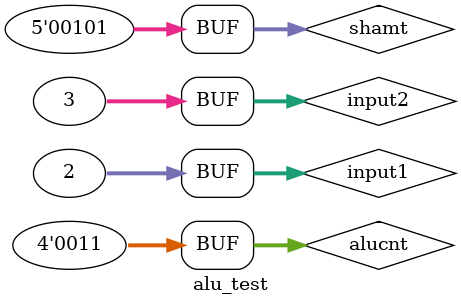
<source format=v>
`timescale 1ns / 1ps

module alu_test;

	// Inputs
	reg [3:0] alucnt;
	reg [31:0] input1;
	reg [31:0] input2;
	reg [4:0] shamt;

	// Outputs
	wire [31:0] result;
	wire zero;

	// Instantiate the Unit Under Test (UUT)
	alu uut (
		.alucnt(alucnt), 
		.input1(input1), 
		.input2(input2), 
		.shamt(shamt), 
		.result(result), 
		.zero(zero)
	);

	initial begin
		// Initialize Inputs
		alucnt = 0;
		input1 = 0;
		input2 = 0;
		shamt = 0;

		// Wait 100 ns for global reset to finish
		#100;
        
		// Add stimulus here
		alucnt = 8;
		input1 = 0;
		input2 = 0;
		shamt = 0;
		
		#50
		alucnt = 0;
		input1 = 2;
		input2 = 3;
		shamt = 0;
		
		#50
		alucnt = 3;
		input1 = 2;
		input2 = 3;
		shamt = 5;
		

	end
      
endmodule


</source>
